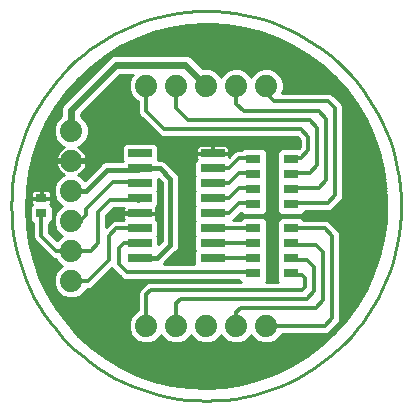
<source format=gtl>
G75*
G70*
%OFA0B0*%
%FSLAX24Y24*%
%IPPOS*%
%LPD*%
%AMOC8*
5,1,8,0,0,1.08239X$1,22.5*
%
%ADD10C,0.0100*%
%ADD11C,0.0740*%
%ADD12R,0.0800X0.0260*%
%ADD13R,0.0354X0.0276*%
%ADD14R,0.0512X0.0315*%
%ADD15C,0.0160*%
%ADD16C,0.0396*%
%ADD17C,0.0240*%
%ADD18C,0.0120*%
D10*
X002388Y002337D02*
X002826Y001941D01*
X003300Y001590D01*
X003808Y001288D01*
X004342Y001038D01*
X004899Y000841D01*
X005472Y000701D01*
X006056Y000619D01*
X006646Y000595D01*
X007241Y000631D01*
X007830Y000726D01*
X008406Y000878D01*
X008965Y001086D01*
X009501Y001347D01*
X010009Y001660D01*
X010483Y002021D01*
X010920Y002427D01*
X011315Y002874D01*
X011664Y003357D01*
X011964Y003872D01*
X012212Y004414D01*
X012406Y004978D01*
X012544Y005558D01*
X012624Y006149D01*
X012646Y006745D01*
X012621Y007326D01*
X012540Y007902D01*
X012402Y008468D01*
X012210Y009017D01*
X011965Y009545D01*
X011669Y010046D01*
X011325Y010516D01*
X010937Y010950D01*
X010509Y011343D01*
X010044Y011693D01*
X009547Y011996D01*
X009022Y012248D01*
X008476Y012448D01*
X007912Y012593D01*
X007337Y012682D01*
X006756Y012715D01*
X006616Y012735D01*
X006023Y012697D01*
X005436Y012602D01*
X004862Y012449D01*
X004305Y012241D01*
X003772Y011980D01*
X003266Y011667D01*
X002794Y011306D01*
X002359Y010901D01*
X001967Y010455D01*
X001619Y009973D01*
X001321Y009459D01*
X001074Y008918D01*
X000882Y008356D01*
X000746Y007778D01*
X000667Y007189D01*
X000646Y006595D01*
X000670Y006005D01*
X000753Y005421D01*
X000893Y004847D01*
X001089Y004291D01*
X001339Y003756D01*
X001641Y003249D01*
X001992Y002775D01*
X002388Y002337D01*
X002403Y002324D02*
X004166Y002324D01*
X004154Y002336D02*
X004318Y002173D01*
X004531Y002085D01*
X004761Y002085D01*
X004975Y002173D01*
X005138Y002336D01*
X005146Y002356D01*
X005154Y002336D01*
X005318Y002173D01*
X005531Y002085D01*
X005761Y002085D01*
X005975Y002173D01*
X006138Y002336D01*
X006146Y002356D01*
X006154Y002336D01*
X006318Y002173D01*
X006531Y002085D01*
X006761Y002085D01*
X006975Y002173D01*
X007138Y002336D01*
X007146Y002356D01*
X007154Y002336D01*
X007318Y002173D01*
X007531Y002085D01*
X007761Y002085D01*
X007975Y002173D01*
X008138Y002336D01*
X008146Y002356D01*
X008154Y002336D01*
X008318Y002173D01*
X008531Y002085D01*
X008761Y002085D01*
X008975Y002173D01*
X009138Y002336D01*
X009162Y002395D01*
X010650Y002395D01*
X010749Y002436D01*
X010825Y002512D01*
X011075Y002762D01*
X011116Y002861D01*
X011116Y005718D01*
X011075Y005818D01*
X010999Y005894D01*
X010749Y006144D01*
X010650Y006185D01*
X009911Y006185D01*
X009814Y006282D01*
X009128Y006282D01*
X009005Y006159D01*
X009005Y005670D01*
X009011Y005665D01*
X009005Y005659D01*
X009005Y005170D01*
X009011Y005165D01*
X009005Y005159D01*
X009005Y004670D01*
X009011Y004665D01*
X009005Y004659D01*
X009005Y004170D01*
X009041Y004135D01*
X008651Y004135D01*
X008687Y004170D01*
X008687Y004659D01*
X008681Y004665D01*
X008687Y004670D01*
X008687Y005159D01*
X008681Y005165D01*
X008687Y005170D01*
X008687Y005659D01*
X008681Y005665D01*
X008687Y005670D01*
X008687Y006159D01*
X008564Y006282D01*
X007878Y006282D01*
X007781Y006185D01*
X007546Y006185D01*
X007549Y006186D01*
X007794Y006431D01*
X007878Y006347D01*
X008564Y006347D01*
X008687Y006470D01*
X008687Y006959D01*
X008681Y006965D01*
X008687Y006970D01*
X008687Y007459D01*
X008681Y007465D01*
X008687Y007470D01*
X008687Y007959D01*
X008681Y007965D01*
X008687Y007970D01*
X008687Y008459D01*
X008564Y008582D01*
X007878Y008582D01*
X007831Y008535D01*
X007692Y008535D01*
X007593Y008494D01*
X007517Y008418D01*
X007406Y008307D01*
X007406Y008400D01*
X006871Y008400D01*
X006871Y008430D01*
X006841Y008430D01*
X006841Y008695D01*
X006436Y008695D01*
X006398Y008684D01*
X006364Y008665D01*
X006336Y008637D01*
X006316Y008603D01*
X006306Y008564D01*
X006306Y008430D01*
X006841Y008430D01*
X006841Y008400D01*
X006306Y008400D01*
X006306Y008265D01*
X006316Y008227D01*
X006325Y008211D01*
X006246Y008132D01*
X006246Y007698D01*
X006279Y007665D01*
X006246Y007632D01*
X006246Y007198D01*
X006279Y007165D01*
X006246Y007132D01*
X006246Y006698D01*
X006279Y006665D01*
X006246Y006632D01*
X006246Y006198D01*
X006279Y006165D01*
X006246Y006132D01*
X006246Y005698D01*
X006279Y005665D01*
X006246Y005632D01*
X006246Y005198D01*
X006279Y005165D01*
X006246Y005132D01*
X006246Y004735D01*
X005226Y004735D01*
X005242Y004750D01*
X005242Y004750D01*
X005610Y005119D01*
X005610Y005119D01*
X005692Y005200D01*
X005736Y005307D01*
X005736Y007622D01*
X005692Y007729D01*
X005342Y008079D01*
X005260Y008161D01*
X005154Y008205D01*
X005046Y008205D01*
X005046Y008632D01*
X004923Y008755D01*
X003949Y008755D01*
X003826Y008632D01*
X003826Y008198D01*
X003859Y008165D01*
X003849Y008155D01*
X003288Y008155D01*
X003182Y008111D01*
X003100Y008029D01*
X002601Y007530D01*
X002475Y007656D01*
X002375Y007698D01*
X002419Y007720D01*
X002485Y007768D01*
X002543Y007826D01*
X002591Y007892D01*
X002628Y007965D01*
X002653Y008043D01*
X002665Y008115D01*
X002196Y008115D01*
X002196Y008215D01*
X002665Y008215D01*
X002653Y008286D01*
X002628Y008364D01*
X002591Y008437D01*
X002543Y008503D01*
X002485Y008561D01*
X002419Y008609D01*
X002375Y008632D01*
X002475Y008673D01*
X002638Y008836D01*
X002726Y009049D01*
X002726Y009280D01*
X002638Y009493D01*
X002476Y009655D01*
X002476Y009728D01*
X003783Y011035D01*
X004196Y011035D01*
X004154Y010993D01*
X004066Y010780D01*
X004066Y010549D01*
X004154Y010336D01*
X004318Y010173D01*
X004376Y010149D01*
X004376Y009761D01*
X004417Y009662D01*
X004493Y009586D01*
X005093Y008986D01*
X005192Y008945D01*
X009684Y008945D01*
X009776Y008853D01*
X009776Y008627D01*
X009732Y008582D01*
X009128Y008582D01*
X009005Y008459D01*
X009005Y007970D01*
X009011Y007965D01*
X009005Y007959D01*
X009005Y007470D01*
X009011Y007465D01*
X009005Y007459D01*
X009005Y006970D01*
X009011Y006965D01*
X009005Y006959D01*
X009005Y006470D01*
X009128Y006347D01*
X009814Y006347D01*
X009937Y006470D01*
X009937Y006495D01*
X010750Y006495D01*
X010849Y006536D01*
X010925Y006612D01*
X011175Y006862D01*
X011216Y006961D01*
X011216Y009968D01*
X011175Y010068D01*
X011099Y010144D01*
X010849Y010394D01*
X010750Y010435D01*
X009179Y010435D01*
X009226Y010549D01*
X009226Y010780D01*
X009138Y010993D01*
X008975Y011156D01*
X008761Y011245D01*
X008531Y011245D01*
X008318Y011156D01*
X008154Y010993D01*
X008146Y010973D01*
X008138Y010993D01*
X007975Y011156D01*
X007761Y011245D01*
X007531Y011245D01*
X007318Y011156D01*
X007154Y010993D01*
X007146Y010973D01*
X007138Y010993D01*
X006975Y011156D01*
X006761Y011245D01*
X006533Y011245D01*
X006226Y011552D01*
X006133Y011644D01*
X006012Y011695D01*
X003580Y011695D01*
X003459Y011644D01*
X003366Y011552D01*
X001866Y010052D01*
X001816Y009930D01*
X001816Y009655D01*
X001654Y009493D01*
X001566Y009280D01*
X001566Y009049D01*
X001654Y008836D01*
X001818Y008673D01*
X001917Y008632D01*
X001874Y008609D01*
X001807Y008561D01*
X001749Y008503D01*
X001701Y008437D01*
X001664Y008364D01*
X001639Y008286D01*
X001628Y008215D01*
X002096Y008215D01*
X002096Y008115D01*
X001628Y008115D01*
X001639Y008043D01*
X001664Y007965D01*
X001701Y007892D01*
X001749Y007826D01*
X001807Y007768D01*
X001874Y007720D01*
X001917Y007698D01*
X001818Y007656D01*
X001654Y007493D01*
X001566Y007280D01*
X001566Y007049D01*
X001654Y006836D01*
X001818Y006673D01*
X001838Y006665D01*
X001818Y006656D01*
X001654Y006493D01*
X001566Y006280D01*
X001566Y006049D01*
X001654Y005836D01*
X001818Y005673D01*
X001838Y005665D01*
X001818Y005656D01*
X001677Y005516D01*
X001416Y005777D01*
X001416Y006067D01*
X001533Y006184D01*
X001533Y006634D01*
X001455Y006712D01*
X001463Y006725D01*
X001473Y006763D01*
X001473Y006902D01*
X001165Y006902D01*
X001165Y006939D01*
X001473Y006939D01*
X001473Y007078D01*
X001463Y007116D01*
X001443Y007150D01*
X001415Y007178D01*
X001381Y007198D01*
X001343Y007208D01*
X001165Y007208D01*
X001165Y006939D01*
X001127Y006939D01*
X001127Y006902D01*
X000819Y006902D01*
X000819Y006763D01*
X000829Y006725D01*
X000837Y006712D01*
X000759Y006634D01*
X000759Y006184D01*
X000876Y006067D01*
X000876Y005611D01*
X000917Y005512D01*
X000993Y005436D01*
X000993Y005436D01*
X001493Y004936D01*
X001592Y004895D01*
X001630Y004895D01*
X001654Y004836D01*
X001818Y004673D01*
X001838Y004665D01*
X001818Y004656D01*
X001654Y004493D01*
X001566Y004280D01*
X001566Y004049D01*
X001654Y003836D01*
X001818Y003673D01*
X002031Y003585D01*
X002261Y003585D01*
X002475Y003673D01*
X002638Y003836D01*
X002662Y003895D01*
X002750Y003895D01*
X002849Y003936D01*
X003505Y004592D01*
X003517Y004562D01*
X003767Y004312D01*
X003843Y004236D01*
X003942Y004195D01*
X007755Y004195D01*
X007755Y004170D01*
X007791Y004135D01*
X004742Y004135D01*
X004643Y004094D01*
X004567Y004018D01*
X004417Y003868D01*
X004376Y003768D01*
X004376Y003181D01*
X004318Y003156D01*
X004154Y002993D01*
X004066Y002780D01*
X004066Y002549D01*
X004154Y002336D01*
X004119Y002423D02*
X002311Y002423D01*
X002222Y002521D02*
X004078Y002521D01*
X004066Y002620D02*
X002132Y002620D01*
X002043Y002718D02*
X004066Y002718D01*
X004081Y002817D02*
X001961Y002817D01*
X001888Y002915D02*
X004122Y002915D01*
X004175Y003014D02*
X001815Y003014D01*
X001743Y003112D02*
X004273Y003112D01*
X004376Y003211D02*
X001670Y003211D01*
X001606Y003309D02*
X004376Y003309D01*
X004376Y003408D02*
X001547Y003408D01*
X001488Y003506D02*
X004376Y003506D01*
X004376Y003605D02*
X002310Y003605D01*
X001982Y003605D02*
X001430Y003605D01*
X001371Y003703D02*
X001787Y003703D01*
X001689Y003802D02*
X001318Y003802D01*
X001272Y003900D02*
X001628Y003900D01*
X001587Y003999D02*
X001226Y003999D01*
X001180Y004097D02*
X001566Y004097D01*
X001566Y004196D02*
X001133Y004196D01*
X001088Y004294D02*
X001572Y004294D01*
X001613Y004393D02*
X001053Y004393D01*
X001018Y004491D02*
X001654Y004491D01*
X001751Y004590D02*
X000984Y004590D01*
X000949Y004688D02*
X001802Y004688D01*
X001704Y004787D02*
X000914Y004787D01*
X000884Y004885D02*
X001634Y004885D01*
X001445Y004984D02*
X000860Y004984D01*
X000835Y005082D02*
X001347Y005082D01*
X001248Y005181D02*
X000811Y005181D01*
X000787Y005279D02*
X001150Y005279D01*
X001051Y005378D02*
X000763Y005378D01*
X000745Y005476D02*
X000953Y005476D01*
X000891Y005575D02*
X000731Y005575D01*
X000717Y005673D02*
X000876Y005673D01*
X000876Y005772D02*
X000703Y005772D01*
X000689Y005870D02*
X000876Y005870D01*
X000876Y005969D02*
X000675Y005969D01*
X000668Y006067D02*
X000876Y006067D01*
X000777Y006166D02*
X000664Y006166D01*
X000660Y006264D02*
X000759Y006264D01*
X000759Y006363D02*
X000656Y006363D01*
X000652Y006461D02*
X000759Y006461D01*
X000759Y006560D02*
X000648Y006560D01*
X000648Y006658D02*
X000784Y006658D01*
X000821Y006757D02*
X000652Y006757D01*
X000655Y006855D02*
X000819Y006855D01*
X000819Y006939D02*
X000819Y007078D01*
X000829Y007116D01*
X000849Y007150D01*
X000877Y007178D01*
X000911Y007198D01*
X000949Y007208D01*
X001127Y007208D01*
X001127Y006939D01*
X000819Y006939D01*
X000819Y006954D02*
X000659Y006954D01*
X000662Y007052D02*
X000819Y007052D01*
X000849Y007151D02*
X000666Y007151D01*
X000675Y007249D02*
X001566Y007249D01*
X001566Y007151D02*
X001443Y007151D01*
X001473Y007052D02*
X001566Y007052D01*
X001606Y006954D02*
X001473Y006954D01*
X001473Y006855D02*
X001646Y006855D01*
X001734Y006757D02*
X001472Y006757D01*
X001509Y006658D02*
X001822Y006658D01*
X001721Y006560D02*
X001533Y006560D01*
X001533Y006461D02*
X001641Y006461D01*
X001600Y006363D02*
X001533Y006363D01*
X001533Y006264D02*
X001566Y006264D01*
X001566Y006166D02*
X001515Y006166D01*
X001566Y006067D02*
X001416Y006067D01*
X001416Y005969D02*
X001599Y005969D01*
X001640Y005870D02*
X001416Y005870D01*
X001421Y005772D02*
X001719Y005772D01*
X001817Y005673D02*
X001519Y005673D01*
X001618Y005575D02*
X001736Y005575D01*
X003316Y005967D02*
X003316Y006353D01*
X003558Y006595D01*
X003894Y006595D01*
X003886Y006564D01*
X003886Y006430D01*
X004421Y006430D01*
X004421Y006400D01*
X003886Y006400D01*
X003886Y006265D01*
X003896Y006227D01*
X003905Y006211D01*
X003879Y006185D01*
X003592Y006185D01*
X003493Y006144D01*
X003417Y006068D01*
X003316Y005967D01*
X003316Y005969D02*
X003318Y005969D01*
X003316Y006067D02*
X003417Y006067D01*
X003316Y006166D02*
X003547Y006166D01*
X003316Y006264D02*
X003886Y006264D01*
X003886Y006363D02*
X003326Y006363D01*
X003424Y006461D02*
X003886Y006461D01*
X003886Y006560D02*
X003523Y006560D01*
X004451Y006430D02*
X004986Y006430D01*
X004986Y006564D01*
X004976Y006603D01*
X004967Y006618D01*
X005046Y006698D01*
X005046Y007132D01*
X005013Y007165D01*
X005046Y007198D01*
X005046Y007555D01*
X005156Y007445D01*
X005156Y005485D01*
X005046Y005375D01*
X005046Y005632D01*
X005013Y005665D01*
X005046Y005698D01*
X005046Y006132D01*
X004967Y006211D01*
X004976Y006227D01*
X004986Y006265D01*
X004986Y006400D01*
X004451Y006400D01*
X004451Y006430D01*
X004986Y006461D02*
X005156Y006461D01*
X005156Y006363D02*
X004986Y006363D01*
X004986Y006264D02*
X005156Y006264D01*
X005156Y006166D02*
X005012Y006166D01*
X005046Y006067D02*
X005156Y006067D01*
X005156Y005969D02*
X005046Y005969D01*
X005046Y005870D02*
X005156Y005870D01*
X005156Y005772D02*
X005046Y005772D01*
X005022Y005673D02*
X005156Y005673D01*
X005156Y005575D02*
X005046Y005575D01*
X005046Y005476D02*
X005147Y005476D01*
X005049Y005378D02*
X005046Y005378D01*
X005475Y004984D02*
X006246Y004984D01*
X006246Y005082D02*
X005574Y005082D01*
X005672Y005181D02*
X006263Y005181D01*
X006246Y005279D02*
X005725Y005279D01*
X005736Y005378D02*
X006246Y005378D01*
X006246Y005476D02*
X005736Y005476D01*
X005736Y005575D02*
X006246Y005575D01*
X006271Y005673D02*
X005736Y005673D01*
X005736Y005772D02*
X006246Y005772D01*
X006246Y005870D02*
X005736Y005870D01*
X005736Y005969D02*
X006246Y005969D01*
X006246Y006067D02*
X005736Y006067D01*
X005736Y006166D02*
X006278Y006166D01*
X006246Y006264D02*
X005736Y006264D01*
X005736Y006363D02*
X006246Y006363D01*
X006246Y006461D02*
X005736Y006461D01*
X005736Y006560D02*
X006246Y006560D01*
X006273Y006658D02*
X005736Y006658D01*
X005736Y006757D02*
X006246Y006757D01*
X006246Y006855D02*
X005736Y006855D01*
X005736Y006954D02*
X006246Y006954D01*
X006246Y007052D02*
X005736Y007052D01*
X005736Y007151D02*
X006265Y007151D01*
X006246Y007249D02*
X005736Y007249D01*
X005736Y007348D02*
X006246Y007348D01*
X006246Y007446D02*
X005736Y007446D01*
X005736Y007545D02*
X006246Y007545D01*
X006258Y007643D02*
X005727Y007643D01*
X005679Y007742D02*
X006246Y007742D01*
X006246Y007840D02*
X005581Y007840D01*
X005482Y007939D02*
X006246Y007939D01*
X006246Y008037D02*
X005384Y008037D01*
X005342Y008079D02*
X005342Y008079D01*
X005285Y008136D02*
X006250Y008136D01*
X006314Y008234D02*
X005046Y008234D01*
X005046Y008333D02*
X006306Y008333D01*
X006306Y008431D02*
X005046Y008431D01*
X005046Y008530D02*
X006306Y008530D01*
X006331Y008628D02*
X005046Y008628D01*
X004951Y008727D02*
X009776Y008727D01*
X009776Y008825D02*
X002627Y008825D01*
X002674Y008924D02*
X009705Y008924D01*
X009776Y008628D02*
X007381Y008628D01*
X007376Y008637D02*
X007348Y008665D01*
X007314Y008684D01*
X007276Y008695D01*
X006871Y008695D01*
X006871Y008430D01*
X007406Y008430D01*
X007406Y008564D01*
X007396Y008603D01*
X007376Y008637D01*
X007406Y008530D02*
X007680Y008530D01*
X007531Y008431D02*
X007406Y008431D01*
X007406Y008333D02*
X007432Y008333D01*
X006871Y008431D02*
X006841Y008431D01*
X006841Y008530D02*
X006871Y008530D01*
X006871Y008628D02*
X006841Y008628D01*
X008221Y008215D02*
X008271Y008265D01*
X008687Y008234D02*
X009005Y008234D01*
X009005Y008136D02*
X008687Y008136D01*
X008687Y008037D02*
X009005Y008037D01*
X009005Y007939D02*
X008687Y007939D01*
X008687Y007840D02*
X009005Y007840D01*
X009005Y007742D02*
X008687Y007742D01*
X008687Y007643D02*
X009005Y007643D01*
X009005Y007545D02*
X008687Y007545D01*
X008687Y007446D02*
X009005Y007446D01*
X009005Y007348D02*
X008687Y007348D01*
X008687Y007249D02*
X009005Y007249D01*
X009005Y007151D02*
X008687Y007151D01*
X008687Y007052D02*
X009005Y007052D01*
X009005Y006954D02*
X008687Y006954D01*
X008687Y006855D02*
X009005Y006855D01*
X009005Y006757D02*
X008687Y006757D01*
X008687Y006658D02*
X009005Y006658D01*
X009005Y006560D02*
X008687Y006560D01*
X008678Y006461D02*
X009014Y006461D01*
X009113Y006363D02*
X008579Y006363D01*
X008582Y006264D02*
X009110Y006264D01*
X009012Y006166D02*
X008680Y006166D01*
X008687Y006067D02*
X009005Y006067D01*
X009005Y005969D02*
X008687Y005969D01*
X008687Y005870D02*
X009005Y005870D01*
X009005Y005772D02*
X008687Y005772D01*
X008687Y005673D02*
X009005Y005673D01*
X009005Y005575D02*
X008687Y005575D01*
X008687Y005476D02*
X009005Y005476D01*
X009005Y005378D02*
X008687Y005378D01*
X008687Y005279D02*
X009005Y005279D01*
X009005Y005181D02*
X008687Y005181D01*
X008687Y005082D02*
X009005Y005082D01*
X009005Y004984D02*
X008687Y004984D01*
X008687Y004885D02*
X009005Y004885D01*
X009005Y004787D02*
X008687Y004787D01*
X008687Y004688D02*
X009005Y004688D01*
X009005Y004590D02*
X008687Y004590D01*
X008687Y004491D02*
X009005Y004491D01*
X009005Y004393D02*
X008687Y004393D01*
X008687Y004294D02*
X009005Y004294D01*
X009005Y004196D02*
X008687Y004196D01*
X006246Y004787D02*
X005278Y004787D01*
X005377Y004885D02*
X006246Y004885D01*
X004652Y004097D02*
X003010Y004097D01*
X002912Y003999D02*
X004548Y003999D01*
X004450Y003900D02*
X002763Y003900D01*
X002603Y003802D02*
X004390Y003802D01*
X004376Y003703D02*
X002505Y003703D01*
X003109Y004196D02*
X003940Y004196D01*
X003785Y004294D02*
X003207Y004294D01*
X003306Y004393D02*
X003686Y004393D01*
X003588Y004491D02*
X003404Y004491D01*
X003503Y004590D02*
X003506Y004590D01*
X004986Y006560D02*
X005156Y006560D01*
X005156Y006658D02*
X005007Y006658D01*
X005046Y006757D02*
X005156Y006757D01*
X005156Y006855D02*
X005046Y006855D01*
X005046Y006954D02*
X005156Y006954D01*
X005156Y007052D02*
X005046Y007052D01*
X005027Y007151D02*
X005156Y007151D01*
X005156Y007249D02*
X005046Y007249D01*
X005046Y007348D02*
X005156Y007348D01*
X005154Y007446D02*
X005046Y007446D01*
X005046Y007545D02*
X005056Y007545D01*
X003826Y008234D02*
X002662Y008234D01*
X002638Y008333D02*
X003826Y008333D01*
X003826Y008431D02*
X002594Y008431D01*
X002516Y008530D02*
X003826Y008530D01*
X003826Y008628D02*
X002382Y008628D01*
X002528Y008727D02*
X003921Y008727D01*
X003243Y008136D02*
X002196Y008136D01*
X002096Y008136D02*
X000830Y008136D01*
X000853Y008234D02*
X001631Y008234D01*
X001654Y008333D02*
X000877Y008333D01*
X000908Y008431D02*
X001698Y008431D01*
X001776Y008530D02*
X000942Y008530D01*
X000975Y008628D02*
X001910Y008628D01*
X001764Y008727D02*
X001009Y008727D01*
X001043Y008825D02*
X001665Y008825D01*
X001618Y008924D02*
X001077Y008924D01*
X001122Y009022D02*
X001577Y009022D01*
X001566Y009121D02*
X001167Y009121D01*
X001212Y009219D02*
X001566Y009219D01*
X001582Y009318D02*
X001257Y009318D01*
X001301Y009416D02*
X001622Y009416D01*
X001676Y009515D02*
X001353Y009515D01*
X001410Y009613D02*
X001774Y009613D01*
X001816Y009712D02*
X001468Y009712D01*
X001525Y009810D02*
X001816Y009810D01*
X001816Y009909D02*
X001582Y009909D01*
X001644Y010007D02*
X001848Y010007D01*
X001920Y010106D02*
X001715Y010106D01*
X001786Y010204D02*
X002019Y010204D01*
X002117Y010303D02*
X001857Y010303D01*
X001928Y010401D02*
X002216Y010401D01*
X002314Y010500D02*
X002006Y010500D01*
X002093Y010598D02*
X002413Y010598D01*
X002511Y010697D02*
X002179Y010697D01*
X002266Y010795D02*
X002610Y010795D01*
X002708Y010894D02*
X002353Y010894D01*
X002457Y010992D02*
X002807Y010992D01*
X002905Y011091D02*
X002563Y011091D01*
X002668Y011189D02*
X003004Y011189D01*
X003102Y011288D02*
X002774Y011288D01*
X002899Y011386D02*
X003201Y011386D01*
X003299Y011485D02*
X003028Y011485D01*
X003157Y011583D02*
X003398Y011583D01*
X003290Y011682D02*
X003549Y011682D01*
X003449Y011780D02*
X009901Y011780D01*
X010059Y011682D02*
X006043Y011682D01*
X006194Y011583D02*
X010190Y011583D01*
X010321Y011485D02*
X006293Y011485D01*
X006226Y011552D02*
X006226Y011552D01*
X006391Y011386D02*
X010452Y011386D01*
X010569Y011288D02*
X006490Y011288D01*
X006895Y011189D02*
X007397Y011189D01*
X007252Y011091D02*
X007040Y011091D01*
X007138Y010992D02*
X007154Y010992D01*
X007895Y011189D02*
X008397Y011189D01*
X008252Y011091D02*
X008040Y011091D01*
X008138Y010992D02*
X008154Y010992D01*
X008895Y011189D02*
X010677Y011189D01*
X010784Y011091D02*
X009040Y011091D01*
X009138Y010992D02*
X010891Y010992D01*
X010987Y010894D02*
X009179Y010894D01*
X009220Y010795D02*
X011075Y010795D01*
X011164Y010697D02*
X009226Y010697D01*
X009226Y010598D02*
X011252Y010598D01*
X011337Y010500D02*
X009206Y010500D01*
X010831Y010401D02*
X011409Y010401D01*
X011481Y010303D02*
X010940Y010303D01*
X011038Y010204D02*
X011553Y010204D01*
X011625Y010106D02*
X011137Y010106D01*
X011099Y010144D02*
X011099Y010144D01*
X011200Y010007D02*
X011692Y010007D01*
X011750Y009909D02*
X011216Y009909D01*
X011216Y009810D02*
X011808Y009810D01*
X011866Y009712D02*
X011216Y009712D01*
X011216Y009613D02*
X011924Y009613D01*
X011979Y009515D02*
X011216Y009515D01*
X011216Y009416D02*
X012024Y009416D01*
X012070Y009318D02*
X011216Y009318D01*
X011216Y009219D02*
X012116Y009219D01*
X012162Y009121D02*
X011216Y009121D01*
X011216Y009022D02*
X012208Y009022D01*
X012243Y008924D02*
X011216Y008924D01*
X011216Y008825D02*
X012277Y008825D01*
X012312Y008727D02*
X011216Y008727D01*
X011216Y008628D02*
X012346Y008628D01*
X012381Y008530D02*
X011216Y008530D01*
X011216Y008431D02*
X012411Y008431D01*
X012435Y008333D02*
X011216Y008333D01*
X011216Y008234D02*
X012459Y008234D01*
X012483Y008136D02*
X011216Y008136D01*
X011216Y008037D02*
X012507Y008037D01*
X012531Y007939D02*
X011216Y007939D01*
X011216Y007840D02*
X012549Y007840D01*
X012563Y007742D02*
X011216Y007742D01*
X011216Y007643D02*
X012577Y007643D01*
X012591Y007545D02*
X011216Y007545D01*
X011216Y007446D02*
X012604Y007446D01*
X012618Y007348D02*
X011216Y007348D01*
X011216Y007249D02*
X012625Y007249D01*
X012629Y007151D02*
X011216Y007151D01*
X011216Y007052D02*
X012633Y007052D01*
X012637Y006954D02*
X011213Y006954D01*
X011168Y006855D02*
X012641Y006855D01*
X012646Y006757D02*
X011070Y006757D01*
X010971Y006658D02*
X012643Y006658D01*
X012639Y006560D02*
X010873Y006560D01*
X010696Y006166D02*
X012625Y006166D01*
X012628Y006264D02*
X009832Y006264D01*
X009829Y006363D02*
X012632Y006363D01*
X012636Y006461D02*
X009928Y006461D01*
X009571Y006765D02*
X009471Y006715D01*
X009471Y007215D02*
X009571Y007265D01*
X009471Y007715D02*
X009571Y007765D01*
X009471Y008215D02*
X009571Y008265D01*
X009076Y008530D02*
X008616Y008530D01*
X008687Y008431D02*
X009005Y008431D01*
X009005Y008333D02*
X008687Y008333D01*
X008271Y007765D02*
X008221Y007715D01*
X008271Y007265D02*
X008221Y007215D01*
X007863Y006363D02*
X007726Y006363D01*
X007627Y006264D02*
X007860Y006264D01*
X000150Y006665D02*
X000158Y006984D01*
X000181Y007302D01*
X000220Y007618D01*
X000275Y007932D01*
X000345Y008243D01*
X000430Y008551D01*
X000530Y008853D01*
X000644Y009151D01*
X000774Y009442D01*
X000917Y009727D01*
X001074Y010005D01*
X001245Y010274D01*
X001428Y010535D01*
X001625Y010786D01*
X001833Y011027D01*
X002053Y011258D01*
X002284Y011478D01*
X002525Y011686D01*
X002776Y011883D01*
X003037Y012066D01*
X003306Y012237D01*
X003584Y012394D01*
X003869Y012537D01*
X004160Y012667D01*
X004458Y012781D01*
X004760Y012881D01*
X005068Y012966D01*
X005379Y013036D01*
X005693Y013091D01*
X006009Y013130D01*
X006327Y013153D01*
X006646Y013161D01*
X006965Y013153D01*
X007283Y013130D01*
X007599Y013091D01*
X007913Y013036D01*
X008224Y012966D01*
X008532Y012881D01*
X008834Y012781D01*
X009132Y012667D01*
X009423Y012537D01*
X009708Y012394D01*
X009986Y012237D01*
X010255Y012066D01*
X010516Y011883D01*
X010767Y011686D01*
X011008Y011478D01*
X011239Y011258D01*
X011459Y011027D01*
X011667Y010786D01*
X011864Y010535D01*
X012047Y010274D01*
X012218Y010005D01*
X012375Y009727D01*
X012518Y009442D01*
X012648Y009151D01*
X012762Y008853D01*
X012862Y008551D01*
X012947Y008243D01*
X013017Y007932D01*
X013072Y007618D01*
X013111Y007302D01*
X013134Y006984D01*
X013142Y006665D01*
X013134Y006346D01*
X013111Y006028D01*
X013072Y005712D01*
X013017Y005398D01*
X012947Y005087D01*
X012862Y004779D01*
X012762Y004477D01*
X012648Y004179D01*
X012518Y003888D01*
X012375Y003603D01*
X012218Y003325D01*
X012047Y003056D01*
X011864Y002795D01*
X011667Y002544D01*
X011459Y002303D01*
X011239Y002072D01*
X011008Y001852D01*
X010767Y001644D01*
X010516Y001447D01*
X010255Y001264D01*
X009986Y001093D01*
X009708Y000936D01*
X009423Y000793D01*
X009132Y000663D01*
X008834Y000549D01*
X008532Y000449D01*
X008224Y000364D01*
X007913Y000294D01*
X007599Y000239D01*
X007283Y000200D01*
X006965Y000177D01*
X006646Y000169D01*
X006327Y000177D01*
X006009Y000200D01*
X005693Y000239D01*
X005379Y000294D01*
X005068Y000364D01*
X004760Y000449D01*
X004458Y000549D01*
X004160Y000663D01*
X003869Y000793D01*
X003584Y000936D01*
X003306Y001093D01*
X003037Y001264D01*
X002776Y001447D01*
X002525Y001644D01*
X002284Y001852D01*
X002053Y002072D01*
X001833Y002303D01*
X001625Y002544D01*
X001428Y002795D01*
X001245Y003056D01*
X001074Y003325D01*
X000917Y003603D01*
X000774Y003888D01*
X000644Y004179D01*
X000530Y004477D01*
X000430Y004779D01*
X000345Y005087D01*
X000275Y005398D01*
X000220Y005712D01*
X000181Y006028D01*
X000158Y006346D01*
X000150Y006665D01*
X000688Y007348D02*
X001594Y007348D01*
X001635Y007446D02*
X000701Y007446D01*
X000715Y007545D02*
X001706Y007545D01*
X001804Y007643D02*
X000728Y007643D01*
X000741Y007742D02*
X001844Y007742D01*
X001739Y007840D02*
X000761Y007840D01*
X000784Y007939D02*
X001678Y007939D01*
X001641Y008037D02*
X000807Y008037D01*
X001127Y007151D02*
X001165Y007151D01*
X001165Y007052D02*
X001127Y007052D01*
X001127Y006954D02*
X001165Y006954D01*
X002488Y007643D02*
X002714Y007643D01*
X002616Y007545D02*
X002586Y007545D01*
X002449Y007742D02*
X002813Y007742D01*
X002911Y007840D02*
X002553Y007840D01*
X002615Y007939D02*
X003010Y007939D01*
X003108Y008037D02*
X002651Y008037D01*
X002715Y009022D02*
X005057Y009022D01*
X004958Y009121D02*
X002726Y009121D01*
X002726Y009219D02*
X004860Y009219D01*
X004761Y009318D02*
X002710Y009318D01*
X002670Y009416D02*
X004663Y009416D01*
X004564Y009515D02*
X002616Y009515D01*
X002518Y009613D02*
X004466Y009613D01*
X004396Y009712D02*
X002476Y009712D01*
X002558Y009810D02*
X004376Y009810D01*
X004376Y009909D02*
X002657Y009909D01*
X002755Y010007D02*
X004376Y010007D01*
X004376Y010106D02*
X002854Y010106D01*
X002952Y010204D02*
X004286Y010204D01*
X004188Y010303D02*
X003051Y010303D01*
X003149Y010401D02*
X004127Y010401D01*
X004087Y010500D02*
X003248Y010500D01*
X003346Y010598D02*
X004066Y010598D01*
X004066Y010697D02*
X003445Y010697D01*
X003543Y010795D02*
X004072Y010795D01*
X004113Y010894D02*
X003642Y010894D01*
X003740Y010992D02*
X004154Y010992D01*
X003609Y011879D02*
X009739Y011879D01*
X009577Y011977D02*
X003768Y011977D01*
X003968Y012076D02*
X009380Y012076D01*
X009176Y012174D02*
X004169Y012174D01*
X004390Y012273D02*
X008955Y012273D01*
X008685Y012371D02*
X004653Y012371D01*
X004939Y012470D02*
X008390Y012470D01*
X008008Y012568D02*
X005310Y012568D01*
X005836Y012667D02*
X007437Y012667D01*
X010825Y006067D02*
X012613Y006067D01*
X012600Y005969D02*
X010924Y005969D01*
X011022Y005870D02*
X012586Y005870D01*
X012573Y005772D02*
X011094Y005772D01*
X011116Y005673D02*
X012560Y005673D01*
X012546Y005575D02*
X011116Y005575D01*
X011116Y005476D02*
X012525Y005476D01*
X012501Y005378D02*
X011116Y005378D01*
X011116Y005279D02*
X012478Y005279D01*
X012454Y005181D02*
X011116Y005181D01*
X011116Y005082D02*
X012431Y005082D01*
X012408Y004984D02*
X011116Y004984D01*
X011116Y004885D02*
X012374Y004885D01*
X012340Y004787D02*
X011116Y004787D01*
X011116Y004688D02*
X012307Y004688D01*
X012273Y004590D02*
X011116Y004590D01*
X011116Y004491D02*
X012239Y004491D01*
X012202Y004393D02*
X011116Y004393D01*
X011116Y004294D02*
X012157Y004294D01*
X012112Y004196D02*
X011116Y004196D01*
X011116Y004097D02*
X012067Y004097D01*
X012022Y003999D02*
X011116Y003999D01*
X011116Y003900D02*
X011977Y003900D01*
X011923Y003802D02*
X011116Y003802D01*
X011116Y003703D02*
X011866Y003703D01*
X011808Y003605D02*
X011116Y003605D01*
X011116Y003506D02*
X011751Y003506D01*
X011693Y003408D02*
X011116Y003408D01*
X011116Y003309D02*
X011629Y003309D01*
X011558Y003211D02*
X011116Y003211D01*
X011116Y003112D02*
X011487Y003112D01*
X011416Y003014D02*
X011116Y003014D01*
X011116Y002915D02*
X011345Y002915D01*
X011264Y002817D02*
X011098Y002817D01*
X011031Y002718D02*
X011177Y002718D01*
X011090Y002620D02*
X010933Y002620D01*
X011003Y002521D02*
X010834Y002521D01*
X010915Y002423D02*
X010717Y002423D01*
X010809Y002324D02*
X009126Y002324D01*
X009027Y002226D02*
X010703Y002226D01*
X010597Y002127D02*
X008864Y002127D01*
X008428Y002127D02*
X007864Y002127D01*
X008027Y002226D02*
X008265Y002226D01*
X008166Y002324D02*
X008126Y002324D01*
X007428Y002127D02*
X006864Y002127D01*
X007027Y002226D02*
X007265Y002226D01*
X007166Y002324D02*
X007126Y002324D01*
X006428Y002127D02*
X005864Y002127D01*
X006027Y002226D02*
X006265Y002226D01*
X006166Y002324D02*
X006126Y002324D01*
X005428Y002127D02*
X004864Y002127D01*
X005027Y002226D02*
X005265Y002226D01*
X005166Y002324D02*
X005126Y002324D01*
X004428Y002127D02*
X002620Y002127D01*
X002729Y002029D02*
X010491Y002029D01*
X010363Y001930D02*
X002840Y001930D01*
X002974Y001832D02*
X010234Y001832D01*
X010104Y001733D02*
X003107Y001733D01*
X003240Y001635D02*
X009967Y001635D01*
X009807Y001536D02*
X003391Y001536D01*
X003556Y001438D02*
X009648Y001438D01*
X009484Y001339D02*
X003722Y001339D01*
X003909Y001241D02*
X009282Y001241D01*
X009081Y001142D02*
X004119Y001142D01*
X004329Y001044D02*
X008852Y001044D01*
X008587Y000945D02*
X004604Y000945D01*
X004884Y000847D02*
X008287Y000847D01*
X007914Y000748D02*
X005281Y000748D01*
X005839Y000650D02*
X007355Y000650D01*
X004265Y002226D02*
X002511Y002226D01*
D11*
X004646Y002665D03*
X005646Y002665D03*
X006646Y002665D03*
X007646Y002665D03*
X008646Y002665D03*
X002146Y004165D03*
X002146Y005165D03*
X002146Y006165D03*
X002146Y007165D03*
X002146Y008165D03*
X002146Y009165D03*
X004646Y010665D03*
X005646Y010665D03*
X006646Y010665D03*
X007646Y010665D03*
X008646Y010665D03*
D12*
X006856Y008415D03*
X006856Y007915D03*
X006856Y007415D03*
X006856Y006915D03*
X006856Y006415D03*
X006856Y005915D03*
X006856Y005415D03*
X006856Y004915D03*
X004436Y004915D03*
X004436Y005415D03*
X004436Y005915D03*
X004436Y006415D03*
X004436Y006915D03*
X004436Y007415D03*
X004436Y007915D03*
X004436Y008415D03*
D13*
X001146Y006921D03*
X001146Y006409D03*
D14*
X008221Y006715D03*
X008221Y007215D03*
X008221Y007715D03*
X008221Y008215D03*
X009471Y008215D03*
X009471Y007715D03*
X009471Y007215D03*
X009471Y006715D03*
X009471Y005915D03*
X009471Y005415D03*
X009471Y004915D03*
X009471Y004415D03*
X008221Y004415D03*
X008221Y004915D03*
X008221Y005415D03*
X008221Y005915D03*
D15*
X008221Y006715D02*
X008271Y006765D01*
X005446Y007565D02*
X005446Y005365D01*
X004996Y004915D01*
X004436Y004915D01*
X002446Y006165D02*
X002146Y006165D01*
X002146Y007165D02*
X002646Y007165D01*
X003346Y007865D01*
X004386Y007865D01*
X004436Y007915D01*
X005096Y007915D01*
X005446Y007565D01*
X004436Y007415D02*
X004386Y007465D01*
X004436Y006915D02*
X004386Y006865D01*
X004436Y006415D02*
X003636Y006415D01*
D16*
X003636Y006415D03*
D17*
X002146Y009165D02*
X002146Y009865D01*
X003646Y011365D01*
X005946Y011365D01*
X006646Y010665D01*
D18*
X007646Y010665D02*
X007646Y010065D01*
X007896Y009815D01*
X010396Y009815D01*
X010646Y009565D01*
X010646Y007515D01*
X010396Y007265D01*
X009571Y007265D01*
X009571Y007765D02*
X010096Y007765D01*
X010346Y008015D01*
X010346Y009265D01*
X010096Y009515D01*
X006046Y009515D01*
X005646Y009915D01*
X005646Y010665D01*
X004646Y010665D02*
X004646Y009815D01*
X005246Y009215D01*
X009796Y009215D01*
X010046Y008965D01*
X010046Y008515D01*
X009796Y008265D01*
X009571Y008265D01*
X008271Y008265D02*
X007746Y008265D01*
X007396Y007915D01*
X006856Y007915D01*
X006856Y007415D02*
X007396Y007415D01*
X007746Y007765D01*
X008271Y007765D01*
X008271Y007265D02*
X007746Y007265D01*
X007396Y006915D01*
X006856Y006915D01*
X006856Y006415D02*
X007396Y006415D01*
X007746Y006765D01*
X008271Y006765D01*
X008271Y005965D02*
X008221Y005915D01*
X006856Y005915D01*
X006856Y005415D02*
X008221Y005415D01*
X008221Y004915D02*
X006856Y004915D01*
X008221Y004415D02*
X008271Y004465D01*
X003996Y004465D01*
X003746Y004715D01*
X003746Y005265D01*
X003896Y005415D01*
X004436Y005415D01*
X004436Y005915D02*
X003646Y005915D01*
X003396Y005665D01*
X003396Y004865D01*
X002696Y004165D01*
X002146Y004165D01*
X002146Y005165D02*
X001646Y005165D01*
X001146Y005665D01*
X001146Y006409D01*
X002446Y006165D02*
X002646Y006365D01*
X002646Y006565D01*
X003546Y007465D01*
X004386Y007465D01*
X004386Y006865D02*
X003446Y006865D01*
X003046Y006465D01*
X003046Y005415D01*
X002796Y005165D01*
X002146Y005165D01*
X004646Y003715D02*
X004796Y003865D01*
X009846Y003865D01*
X009946Y003965D01*
X009946Y004265D01*
X009846Y004365D01*
X009571Y004365D01*
X009471Y004415D01*
X009571Y004865D02*
X009471Y004915D01*
X009571Y004865D02*
X009996Y004865D01*
X010246Y004615D01*
X010246Y003815D01*
X009996Y003565D01*
X005796Y003565D01*
X005646Y003415D01*
X005646Y002665D01*
X004646Y002665D02*
X004646Y003715D01*
X007646Y003115D02*
X007646Y002665D01*
X007646Y003115D02*
X007796Y003265D01*
X010296Y003265D01*
X010546Y003515D01*
X010546Y005115D01*
X010296Y005365D01*
X009471Y005365D01*
X009471Y005415D01*
X009471Y005915D02*
X010596Y005915D01*
X010846Y005665D01*
X010846Y002915D01*
X010596Y002665D01*
X008646Y002665D01*
X009571Y006765D02*
X010696Y006765D01*
X010946Y007015D01*
X010946Y009915D01*
X010696Y010165D01*
X008896Y010165D01*
X008646Y010415D01*
X008646Y010665D01*
M02*

</source>
